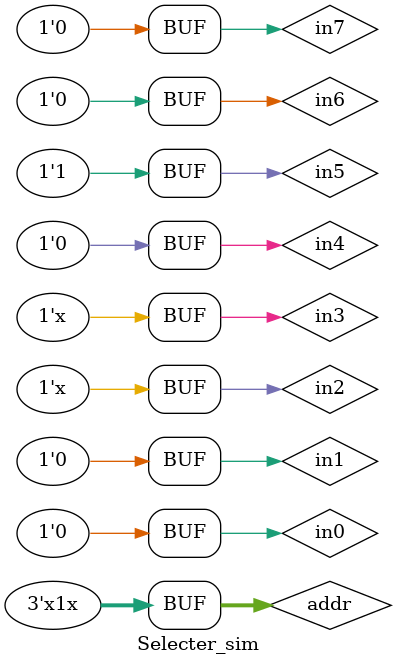
<source format=v>
`timescale 1ns / 1ps


module Selecter_sim;
reg in0,in1,in2,in3,in4,in5,in6,in7;
reg [2:0] addr;
wire out;
initial
    begin
        in0=0;in1=0;in2=1;in3=1;in4=0;in5=1;in6=0;in7=0;
        addr[0]=0;addr[1]=1;addr[2]=0;
    end
always #3 in2=~in2;
always #6 in3=~in3;
always #12 addr[0]=~addr[0];
always #18 addr[2]=~addr[2];
Selecter my (addr,in0,in1,in2,in3,in4,in5,in6,in7,out);
endmodule

</source>
